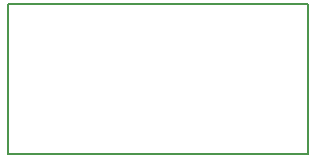
<source format=gbr>
G04 #@! TF.FileFunction,Profile,NP*
%FSLAX46Y46*%
G04 Gerber Fmt 4.6, Leading zero omitted, Abs format (unit mm)*
G04 Created by KiCad (PCBNEW 4.0.7) date Tuesday, October 30, 2018 'PMt' 11:33:51 PM*
%MOMM*%
%LPD*%
G01*
G04 APERTURE LIST*
%ADD10C,0.100000*%
%ADD11C,0.150000*%
G04 APERTURE END LIST*
D10*
D11*
X105000000Y-82900000D02*
X105000000Y-70200000D01*
X130400000Y-82900000D02*
X105000000Y-82900000D01*
X130400000Y-70200000D02*
X130400000Y-82900000D01*
X105000000Y-70200000D02*
X130400000Y-70200000D01*
M02*

</source>
